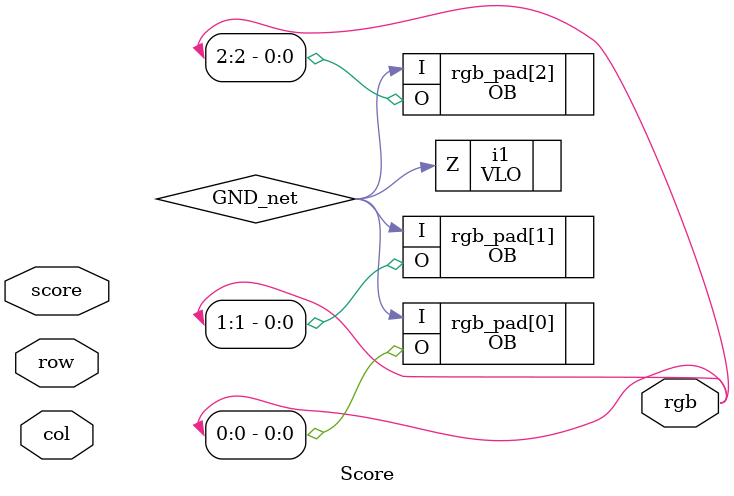
<source format=v>


module Score (score, row, col, rgb);   /* synthesis lineinfo="@17(5[8],5[13])"*/
    input [3:0]score;   /* synthesis lineinfo="@17(13[22],13[27])"*/
    input [3:0]row;   /* synthesis lineinfo="@17(14[22],14[25])"*/
    input [3:0]col;   /* synthesis lineinfo="@17(15[22],15[25])"*/
    output [2:0]rgb;   /* synthesis lineinfo="@17(18[22],18[25])"*/
    
    
    wire GND_net, VCC_net;
    
    VLO i1 (.Z(GND_net));
    OB \rgb_pad[0]  (.I(GND_net), .O(rgb[0]));   /* synthesis lineinfo="@17(18[22],18[25])"*/
    OB \rgb_pad[1]  (.I(GND_net), .O(rgb[1]));   /* synthesis lineinfo="@17(18[22],18[25])"*/
    OB \rgb_pad[2]  (.I(GND_net), .O(rgb[2]));   /* synthesis lineinfo="@17(18[22],18[25])"*/
    VHI i13 (.Z(VCC_net));
    
endmodule

</source>
